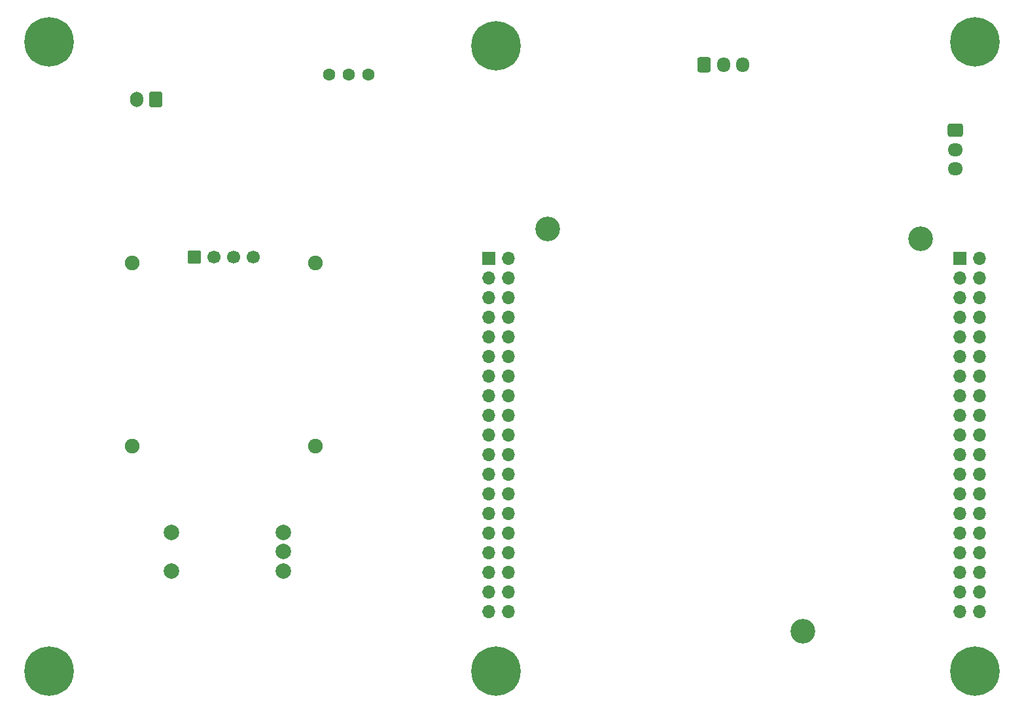
<source format=gbr>
%TF.GenerationSoftware,KiCad,Pcbnew,8.0.8*%
%TF.CreationDate,2025-05-05T21:02:48+02:00*%
%TF.ProjectId,Alarm Control System,416c6172-6d20-4436-9f6e-74726f6c2053,1.0*%
%TF.SameCoordinates,Original*%
%TF.FileFunction,Soldermask,Bot*%
%TF.FilePolarity,Negative*%
%FSLAX46Y46*%
G04 Gerber Fmt 4.6, Leading zero omitted, Abs format (unit mm)*
G04 Created by KiCad (PCBNEW 8.0.8) date 2025-05-05 21:02:48*
%MOMM*%
%LPD*%
G01*
G04 APERTURE LIST*
G04 Aperture macros list*
%AMRoundRect*
0 Rectangle with rounded corners*
0 $1 Rounding radius*
0 $2 $3 $4 $5 $6 $7 $8 $9 X,Y pos of 4 corners*
0 Add a 4 corners polygon primitive as box body*
4,1,4,$2,$3,$4,$5,$6,$7,$8,$9,$2,$3,0*
0 Add four circle primitives for the rounded corners*
1,1,$1+$1,$2,$3*
1,1,$1+$1,$4,$5*
1,1,$1+$1,$6,$7*
1,1,$1+$1,$8,$9*
0 Add four rect primitives between the rounded corners*
20,1,$1+$1,$2,$3,$4,$5,0*
20,1,$1+$1,$4,$5,$6,$7,0*
20,1,$1+$1,$6,$7,$8,$9,0*
20,1,$1+$1,$8,$9,$2,$3,0*%
G04 Aperture macros list end*
%ADD10C,1.600000*%
%ADD11C,2.000000*%
%ADD12RoundRect,0.250000X-0.600000X-0.725000X0.600000X-0.725000X0.600000X0.725000X-0.600000X0.725000X0*%
%ADD13O,1.700000X1.950000*%
%ADD14C,3.200000*%
%ADD15R,1.700000X1.700000*%
%ADD16O,1.700000X1.700000*%
%ADD17C,1.900000*%
%ADD18RoundRect,0.170000X-0.680000X-0.680000X0.680000X-0.680000X0.680000X0.680000X-0.680000X0.680000X0*%
%ADD19C,1.700000*%
%ADD20C,6.400000*%
%ADD21RoundRect,0.250000X-0.725000X0.600000X-0.725000X-0.600000X0.725000X-0.600000X0.725000X0.600000X0*%
%ADD22O,1.950000X1.700000*%
%ADD23RoundRect,0.250000X0.600000X0.750000X-0.600000X0.750000X-0.600000X-0.750000X0.600000X-0.750000X0*%
%ADD24O,1.700000X2.000000*%
G04 APERTURE END LIST*
D10*
%TO.C,U401*%
X119977800Y-57266100D03*
X122517800Y-57266100D03*
X125057800Y-57266100D03*
%TD*%
D11*
%TO.C,SW901*%
X114017800Y-121516100D03*
X114017800Y-116516100D03*
X114017800Y-119016100D03*
X99517800Y-121516100D03*
X99517800Y-116516100D03*
%TD*%
D12*
%TO.C,J3*%
X168500000Y-56000000D03*
D13*
X171000000Y-56000000D03*
X173500000Y-56000000D03*
%TD*%
D14*
%TO.C,U501*%
X148257800Y-77246100D03*
X181277800Y-129316100D03*
X196517800Y-78516100D03*
D15*
X140637800Y-81056100D03*
D16*
X143177800Y-81056100D03*
X140637800Y-83596100D03*
X143177800Y-83596100D03*
X140637800Y-86136100D03*
X143177800Y-86136100D03*
X140637800Y-88676100D03*
X143177800Y-88676100D03*
X140637800Y-91216100D03*
X143177800Y-91216100D03*
X140637800Y-93756100D03*
X143177800Y-93756100D03*
X140637800Y-96296100D03*
X143177800Y-96296100D03*
X140637800Y-98836100D03*
X143177800Y-98836100D03*
X140637800Y-101376100D03*
X143177800Y-101376100D03*
X140637800Y-103916100D03*
X143177800Y-103916100D03*
X140637800Y-106456100D03*
X143177800Y-106456100D03*
X140637800Y-108996100D03*
X143177800Y-108996100D03*
X140637800Y-111536100D03*
X143177800Y-111536100D03*
X140637800Y-114076100D03*
X143177800Y-114076100D03*
X140637800Y-116616100D03*
X143177800Y-116616100D03*
X140637800Y-119156100D03*
X143177800Y-119156100D03*
X140637800Y-121696100D03*
X143177800Y-121696100D03*
X140637800Y-124236100D03*
X143177800Y-124236100D03*
X140637800Y-126776100D03*
X143177800Y-126776100D03*
D15*
X201597800Y-81066100D03*
D16*
X204137800Y-81066100D03*
X201597800Y-83596100D03*
X204137800Y-83596100D03*
X201597800Y-86136100D03*
X204137800Y-86136100D03*
X201597800Y-88676100D03*
X204137800Y-88676100D03*
X201597800Y-91216100D03*
X204137800Y-91216100D03*
X201597800Y-93756100D03*
X204137800Y-93756100D03*
X201597800Y-96296100D03*
X204137800Y-96296100D03*
X201597800Y-98836100D03*
X204137800Y-98836100D03*
X201597800Y-101376100D03*
X204137800Y-101376100D03*
X201597800Y-103916100D03*
X204137800Y-103916100D03*
X201597800Y-106456100D03*
X204137800Y-106456100D03*
X201597800Y-108996100D03*
X204137800Y-108996100D03*
X201597800Y-111536100D03*
X204137800Y-111536100D03*
X201597800Y-114076100D03*
X204137800Y-114076100D03*
X201597800Y-116616100D03*
X204137800Y-116616100D03*
X201597800Y-119156100D03*
X204137800Y-119156100D03*
X201597800Y-121696100D03*
X204137800Y-121696100D03*
X201597800Y-124236100D03*
X204137800Y-124236100D03*
X201597800Y-126776100D03*
X204137800Y-126776100D03*
%TD*%
D17*
%TO.C,J801*%
X94467800Y-81666100D03*
X94467800Y-105366100D03*
X118167800Y-81666100D03*
X118167800Y-105366100D03*
D18*
X102507800Y-80886100D03*
D19*
X105047800Y-80886100D03*
X107587800Y-80886100D03*
X110127800Y-80886100D03*
%TD*%
D20*
%TO.C,H102*%
X83730300Y-53016100D03*
%TD*%
%TO.C,H103*%
X83730300Y-134516100D03*
%TD*%
%TO.C,H107*%
X141517800Y-53516100D03*
%TD*%
%TO.C,H104*%
X203517800Y-53051600D03*
%TD*%
D21*
%TO.C,J2*%
X201000000Y-64500000D03*
D22*
X201000000Y-67000000D03*
X201000000Y-69500000D03*
%TD*%
D23*
%TO.C,J401*%
X97545300Y-60466100D03*
D24*
X95045300Y-60466100D03*
%TD*%
D20*
%TO.C,H106*%
X141517800Y-134516100D03*
%TD*%
%TO.C,H108*%
X203517800Y-134516100D03*
%TD*%
M02*

</source>
